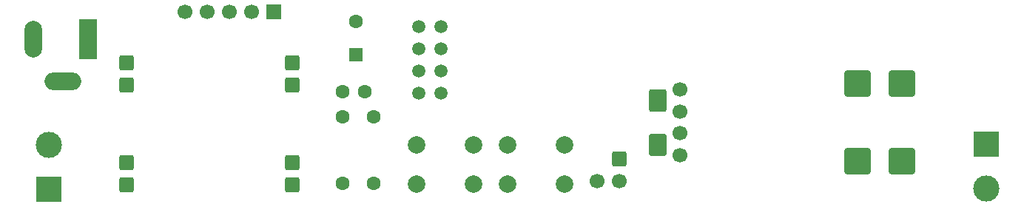
<source format=gbr>
%TF.GenerationSoftware,KiCad,Pcbnew,9.0.4*%
%TF.CreationDate,2025-09-11T11:59:47+05:30*%
%TF.ProjectId,DimLED,44696d4c-4544-42e6-9b69-6361645f7063,Mark II.B*%
%TF.SameCoordinates,Original*%
%TF.FileFunction,Soldermask,Top*%
%TF.FilePolarity,Negative*%
%FSLAX46Y46*%
G04 Gerber Fmt 4.6, Leading zero omitted, Abs format (unit mm)*
G04 Created by KiCad (PCBNEW 9.0.4) date 2025-09-11 11:59:47*
%MOMM*%
%LPD*%
G01*
G04 APERTURE LIST*
G04 Aperture macros list*
%AMRoundRect*
0 Rectangle with rounded corners*
0 $1 Rounding radius*
0 $2 $3 $4 $5 $6 $7 $8 $9 X,Y pos of 4 corners*
0 Add a 4 corners polygon primitive as box body*
4,1,4,$2,$3,$4,$5,$6,$7,$8,$9,$2,$3,0*
0 Add four circle primitives for the rounded corners*
1,1,$1+$1,$2,$3*
1,1,$1+$1,$4,$5*
1,1,$1+$1,$6,$7*
1,1,$1+$1,$8,$9*
0 Add four rect primitives between the rounded corners*
20,1,$1+$1,$2,$3,$4,$5,0*
20,1,$1+$1,$4,$5,$6,$7,0*
20,1,$1+$1,$6,$7,$8,$9,0*
20,1,$1+$1,$8,$9,$2,$3,0*%
G04 Aperture macros list end*
%ADD10RoundRect,0.250000X0.600000X0.600000X-0.600000X0.600000X-0.600000X-0.600000X0.600000X-0.600000X0*%
%ADD11RoundRect,0.250000X-0.600000X-0.600000X0.600000X-0.600000X0.600000X0.600000X-0.600000X0.600000X0*%
%ADD12RoundRect,0.250000X0.550000X-0.550000X0.550000X0.550000X-0.550000X0.550000X-0.550000X-0.550000X0*%
%ADD13C,1.600000*%
%ADD14R,2.000000X4.600000*%
%ADD15O,2.000000X4.200000*%
%ADD16O,4.200000X2.000000*%
%ADD17C,2.000000*%
%ADD18C,1.500000*%
%ADD19R,3.000000X3.000000*%
%ADD20C,3.000000*%
%ADD21R,1.700000X1.700000*%
%ADD22C,1.700000*%
%ADD23RoundRect,0.250000X-0.750000X1.020000X-0.750000X-1.020000X0.750000X-1.020000X0.750000X1.020000X0*%
%ADD24RoundRect,0.196850X-0.803150X1.073150X-0.803150X-1.073150X0.803150X-1.073150X0.803150X1.073150X0*%
%ADD25RoundRect,0.250000X-1.250000X-1.250000X1.250000X-1.250000X1.250000X1.250000X-1.250000X1.250000X0*%
G04 APERTURE END LIST*
D10*
%TO.C,U1*%
X97100000Y-106885000D03*
X97100000Y-109425000D03*
D11*
X97100000Y-95400000D03*
X97100000Y-97940000D03*
D10*
X116075000Y-106885000D03*
X116075000Y-109425000D03*
D11*
X116100000Y-95400000D03*
X116100000Y-97940000D03*
%TD*%
D12*
%TO.C,C2*%
X123400000Y-94500000D03*
D13*
X123400000Y-90700000D03*
%TD*%
D14*
%TO.C,J2*%
X92750000Y-92750000D03*
D15*
X86450000Y-92750000D03*
D16*
X89850000Y-97550000D03*
%TD*%
D17*
%TO.C,SW1*%
X130350000Y-104850000D03*
X136850000Y-104850000D03*
X130350000Y-109350000D03*
X136850000Y-109350000D03*
%TD*%
D13*
%TO.C,C1*%
X121900000Y-98750000D03*
X124400000Y-98750000D03*
%TD*%
D18*
%TO.C,U2*%
X133090000Y-91300000D03*
X133090000Y-93840000D03*
X133090000Y-96380000D03*
X133090000Y-98920000D03*
X130550000Y-91300000D03*
X130550000Y-93840000D03*
X130550000Y-96380000D03*
X130550000Y-98920000D03*
%TD*%
D13*
%TO.C,R2*%
X125400000Y-109250000D03*
X125400000Y-101630000D03*
%TD*%
D17*
%TO.C,SW2*%
X147250000Y-109350000D03*
X140750000Y-109350000D03*
X147250000Y-104850000D03*
X140750000Y-104850000D03*
%TD*%
D13*
%TO.C,R1*%
X121900000Y-101630000D03*
X121900000Y-109250000D03*
%TD*%
D19*
%TO.C,J4*%
X195550000Y-104710000D03*
D20*
X195550000Y-109790000D03*
%TD*%
D21*
%TO.C,J3*%
X114000000Y-89600000D03*
D22*
X111460000Y-89600000D03*
X108920000Y-89600000D03*
X106380000Y-89600000D03*
X103840000Y-89600000D03*
%TD*%
%TO.C,J5*%
X153550000Y-108950000D03*
D10*
X153550000Y-106410000D03*
D22*
X151010000Y-108950000D03*
%TD*%
%TO.C,U3*%
X160500000Y-103510000D03*
D23*
X157950000Y-104800000D03*
D22*
X160500000Y-106050000D03*
X160500000Y-98450000D03*
D24*
X157950000Y-99750000D03*
D22*
X160500000Y-100990000D03*
D25*
X180820000Y-97800000D03*
X185900000Y-97800000D03*
X180820000Y-106700000D03*
X185900000Y-106700000D03*
%TD*%
D19*
%TO.C,J1*%
X88250000Y-109880000D03*
D20*
X88250000Y-104800000D03*
%TD*%
M02*

</source>
